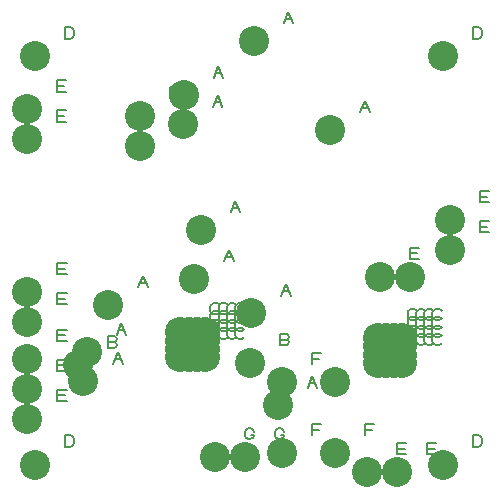
<source format=gbr>
G04 DesignSpark PCB Gerber Version 10.0 Build 5299*
G04 #@! TF.Part,Single*
G04 #@! TF.FileFunction,Drillmap*
G04 #@! TF.FilePolarity,Positive*
%FSLAX35Y35*%
%MOIN*%
%ADD132C,0.00500*%
G04 #@! TA.AperFunction,ViaPad*
%ADD145C,0.10000*%
G04 #@! TD.AperFunction*
X0Y0D02*
D02*
D132*
X36663Y139687D02*
Y143437D01*
X39788D01*
X39163Y141562D02*
X36663D01*
Y139687D02*
X39788D01*
X36663Y149687D02*
Y153437D01*
X39788D01*
X39163Y151562D02*
X36663D01*
Y149687D02*
X39788D01*
X36742Y46616D02*
Y50366D01*
X39867D01*
X39242Y48491D02*
X36742D01*
Y46616D02*
X39867D01*
X36742Y56616D02*
Y60366D01*
X39867D01*
X39242Y58491D02*
X36742D01*
Y56616D02*
X39867D01*
X36742Y66616D02*
Y70366D01*
X39867D01*
X39242Y68491D02*
X36742D01*
Y66616D02*
X39867D01*
X36742Y78781D02*
Y82531D01*
X39867D01*
X39242Y80657D02*
X36742D01*
Y78781D02*
X39867D01*
X36742Y88781D02*
Y92531D01*
X39867D01*
X39242Y90657D02*
X36742D01*
Y88781D02*
X39867D01*
X39183Y31341D02*
Y35091D01*
X41058D01*
X41683Y34778D01*
X41995Y34466D01*
X42308Y33841D01*
Y32591D01*
X41995Y31966D01*
X41683Y31653D01*
X41058Y31341D01*
X39183D01*
Y167404D02*
Y171154D01*
X41058D01*
X41683Y170841D01*
X41995Y170529D01*
X42308Y169904D01*
Y168654D01*
X41995Y168029D01*
X41683Y167716D01*
X41058Y167404D01*
X39183D01*
X55701Y66287D02*
X56326Y65974D01*
X56639Y65349D01*
X56326Y64724D01*
X55701Y64411D01*
X53513D01*
Y68161D01*
X55701D01*
X56326Y67849D01*
X56639Y67224D01*
X56326Y66599D01*
X55701Y66287D01*
X53513D01*
X55482Y59057D02*
X57044Y62807D01*
X58607Y59057D01*
X56107Y60620D02*
X57982D01*
X56525Y68742D02*
X58088Y72492D01*
X59650Y68742D01*
X57150Y70305D02*
X59025D01*
X63750Y84490D02*
X65312Y88240D01*
X66875Y84490D01*
X64375Y86053D02*
X66250D01*
X74380Y137482D02*
Y141232D01*
X77505D01*
X76880Y139357D02*
X74380D01*
Y137482D02*
X77505D01*
X74380Y147482D02*
Y151232D01*
X77505D01*
X76880Y149357D02*
X74380D01*
Y147482D02*
X77505D01*
X90891Y67793D02*
X90578Y67480D01*
X89953Y67167D01*
X89015D01*
X88391Y67480D01*
X88078Y67793D01*
X87765Y68417D01*
Y69667D01*
X88078Y70293D01*
X88391Y70605D01*
X89015Y70917D01*
X89953D01*
X90578Y70605D01*
X90891Y70293D01*
Y70548D02*
X90578Y70236D01*
X89953Y69923D01*
X89015D01*
X88391Y70236D01*
X88078Y70548D01*
X87765Y71173D01*
Y72423D01*
X88078Y73048D01*
X88391Y73361D01*
X89015Y73673D01*
X89953D01*
X90578Y73361D01*
X90891Y73048D01*
Y73304D02*
X90578Y72992D01*
X89953Y72679D01*
X89015D01*
X88391Y72992D01*
X88078Y73304D01*
X87765Y73929D01*
Y75179D01*
X88078Y75804D01*
X88391Y76117D01*
X89015Y76429D01*
X89953D01*
X90578Y76117D01*
X90891Y75804D01*
Y76060D02*
X90578Y75748D01*
X89953Y75435D01*
X89015D01*
X88391Y75748D01*
X88078Y76060D01*
X87765Y76685D01*
Y77935D01*
X88078Y78560D01*
X88391Y78873D01*
X89015Y79185D01*
X89953D01*
X90578Y78873D01*
X90891Y78560D01*
X88710Y144726D02*
X90273Y148476D01*
X91835Y144726D01*
X89335Y146289D02*
X91210D01*
X88868Y154372D02*
X90430Y158122D01*
X91993Y154372D01*
X89493Y155935D02*
X91368D01*
X93646Y67793D02*
X93334Y67480D01*
X92709Y67167D01*
X91771D01*
X91146Y67480D01*
X90834Y67793D01*
X90521Y68417D01*
Y69667D01*
X90834Y70293D01*
X91146Y70605D01*
X91771Y70917D01*
X92709D01*
X93334Y70605D01*
X93646Y70293D01*
Y70548D02*
X93334Y70236D01*
X92709Y69923D01*
X91771D01*
X91146Y70236D01*
X90834Y70548D01*
X90521Y71173D01*
Y72423D01*
X90834Y73048D01*
X91146Y73361D01*
X91771Y73673D01*
X92709D01*
X93334Y73361D01*
X93646Y73048D01*
Y73304D02*
X93334Y72992D01*
X92709Y72679D01*
X91771D01*
X91146Y72992D01*
X90834Y73304D01*
X90521Y73929D01*
Y75179D01*
X90834Y75804D01*
X91146Y76117D01*
X91771Y76429D01*
X92709D01*
X93334Y76117D01*
X93646Y75804D01*
Y76060D02*
X93334Y75748D01*
X92709Y75435D01*
X91771D01*
X91146Y75748D01*
X90834Y76060D01*
X90521Y76685D01*
Y77935D01*
X90834Y78560D01*
X91146Y78873D01*
X91771Y79185D01*
X92709D01*
X93334Y78873D01*
X93646Y78560D01*
X92490Y93152D02*
X94052Y96902D01*
X95615Y93152D01*
X93115Y94714D02*
X94990D01*
X96402Y67793D02*
X96090Y67480D01*
X95465Y67167D01*
X94527D01*
X93902Y67480D01*
X93590Y67793D01*
X93277Y68417D01*
Y69667D01*
X93590Y70293D01*
X93902Y70605D01*
X94527Y70917D01*
X95465D01*
X96090Y70605D01*
X96402Y70293D01*
Y70548D02*
X96090Y70236D01*
X95465Y69923D01*
X94527D01*
X93902Y70236D01*
X93590Y70548D01*
X93277Y71173D01*
Y72423D01*
X93590Y73048D01*
X93902Y73361D01*
X94527Y73673D01*
X95465D01*
X96090Y73361D01*
X96402Y73048D01*
Y73304D02*
X96090Y72992D01*
X95465Y72679D01*
X94527D01*
X93902Y72992D01*
X93590Y73304D01*
X93277Y73929D01*
Y75179D01*
X93590Y75804D01*
X93902Y76117D01*
X94527Y76429D01*
X95465D01*
X96090Y76117D01*
X96402Y75804D01*
Y76060D02*
X96090Y75748D01*
X95465Y75435D01*
X94527D01*
X93902Y75748D01*
X93590Y76060D01*
X93277Y76685D01*
Y77935D01*
X93590Y78560D01*
X93902Y78873D01*
X94527Y79185D01*
X95465D01*
X96090Y78873D01*
X96402Y78560D01*
X94616Y109451D02*
X96178Y113201D01*
X97741Y109451D01*
X95241Y111013D02*
X97116D01*
X99158Y67793D02*
X98846Y67480D01*
X98220Y67167D01*
X97283D01*
X96658Y67480D01*
X96346Y67793D01*
X96033Y68417D01*
Y69667D01*
X96346Y70293D01*
X96658Y70605D01*
X97283Y70917D01*
X98220D01*
X98846Y70605D01*
X99158Y70293D01*
Y70548D02*
X98846Y70236D01*
X98220Y69923D01*
X97283D01*
X96658Y70236D01*
X96346Y70548D01*
X96033Y71173D01*
Y72423D01*
X96346Y73048D01*
X96658Y73361D01*
X97283Y73673D01*
X98220D01*
X98846Y73361D01*
X99158Y73048D01*
Y73304D02*
X98846Y72992D01*
X98220Y72679D01*
X97283D01*
X96658Y72992D01*
X96346Y73304D01*
X96033Y73929D01*
Y75179D01*
X96346Y75804D01*
X96658Y76117D01*
X97283Y76429D01*
X98220D01*
X98846Y76117D01*
X99158Y75804D01*
Y76060D02*
X98846Y75748D01*
X98220Y75435D01*
X97283D01*
X96658Y75748D01*
X96346Y76060D01*
X96033Y76685D01*
Y77935D01*
X96346Y78560D01*
X96658Y78873D01*
X97283Y79185D01*
X98220D01*
X98846Y78873D01*
X99158Y78560D01*
X101429Y35344D02*
X102367D01*
Y35031D01*
X102054Y34407D01*
X101742Y34094D01*
X101117Y33781D01*
X100492D01*
X99867Y34094D01*
X99554Y34407D01*
X99242Y35031D01*
Y36281D01*
X99554Y36907D01*
X99867Y37219D01*
X100492Y37531D01*
X101117D01*
X101742Y37219D01*
X102054Y36907D01*
X102367Y36281D01*
X111429Y35344D02*
X112367D01*
Y35031D01*
X112054Y34407D01*
X111742Y34094D01*
X111117Y33781D01*
X110492D01*
X109867Y34094D01*
X109554Y34407D01*
X109242Y35031D01*
Y36281D01*
X109554Y36907D01*
X109867Y37219D01*
X110492Y37531D01*
X111117D01*
X111742Y37219D01*
X112054Y36907D01*
X112367Y36281D01*
X113181Y67074D02*
X113806Y66761D01*
X114119Y66137D01*
X113806Y65511D01*
X113181Y65199D01*
X110994D01*
Y68949D01*
X113181D01*
X113806Y68637D01*
X114119Y68011D01*
X113806Y67387D01*
X113181Y67074D01*
X110994D01*
X111387Y81734D02*
X112950Y85484D01*
X114513Y81734D01*
X112013Y83297D02*
X113887D01*
X112254Y172443D02*
X113816Y176193D01*
X115379Y172443D01*
X112879Y174006D02*
X114754D01*
X120246Y51026D02*
X121808Y54776D01*
X123371Y51026D01*
X120871Y52588D02*
X122746D01*
X121624Y35159D02*
Y38909D01*
X124749D01*
X124124Y37035D02*
X121624D01*
Y58781D02*
Y62531D01*
X124749D01*
X124124Y60657D02*
X121624D01*
X137765Y142758D02*
X139328Y146508D01*
X140891Y142758D01*
X138391Y144320D02*
X140265D01*
X139340Y35159D02*
Y38909D01*
X142465D01*
X141840Y37035D02*
X139340D01*
Y58781D02*
Y62531D01*
X142465D01*
X141840Y60657D02*
X139340D01*
X150049Y28821D02*
Y32571D01*
X153174D01*
X152549Y30696D02*
X150049D01*
Y28821D02*
X153174D01*
X156639Y65824D02*
X156326Y65511D01*
X155701Y65199D01*
X154763D01*
X154139Y65511D01*
X153826Y65824D01*
X153513Y66449D01*
Y67699D01*
X153826Y68324D01*
X154139Y68637D01*
X154763Y68949D01*
X155701D01*
X156326Y68637D01*
X156639Y68324D01*
Y68580D02*
X156326Y68267D01*
X155701Y67955D01*
X154763D01*
X154139Y68267D01*
X153826Y68580D01*
X153513Y69205D01*
Y70455D01*
X153826Y71080D01*
X154139Y71393D01*
X154763Y71705D01*
X155701D01*
X156326Y71393D01*
X156639Y71080D01*
Y71336D02*
X156326Y71023D01*
X155701Y70711D01*
X154763D01*
X154139Y71023D01*
X153826Y71336D01*
X153513Y71961D01*
Y73211D01*
X153826Y73836D01*
X154139Y74148D01*
X154763Y74461D01*
X155701D01*
X156326Y74148D01*
X156639Y73836D01*
Y74092D02*
X156326Y73779D01*
X155701Y73467D01*
X154763D01*
X154139Y73779D01*
X153826Y74092D01*
X153513Y74717D01*
Y75967D01*
X153826Y76592D01*
X154139Y76904D01*
X154763Y77217D01*
X155701D01*
X156326Y76904D01*
X156639Y76592D01*
X154301Y93939D02*
Y97689D01*
X157426D01*
X156801Y95814D02*
X154301D01*
Y93939D02*
X157426D01*
X159394Y65824D02*
X159082Y65511D01*
X158457Y65199D01*
X157519D01*
X156894Y65511D01*
X156582Y65824D01*
X156269Y66449D01*
Y67699D01*
X156582Y68324D01*
X156894Y68637D01*
X157519Y68949D01*
X158457D01*
X159082Y68637D01*
X159394Y68324D01*
Y68580D02*
X159082Y68267D01*
X158457Y67955D01*
X157519D01*
X156894Y68267D01*
X156582Y68580D01*
X156269Y69205D01*
Y70455D01*
X156582Y71080D01*
X156894Y71393D01*
X157519Y71705D01*
X158457D01*
X159082Y71393D01*
X159394Y71080D01*
Y71336D02*
X159082Y71023D01*
X158457Y70711D01*
X157519D01*
X156894Y71023D01*
X156582Y71336D01*
X156269Y71961D01*
Y73211D01*
X156582Y73836D01*
X156894Y74148D01*
X157519Y74461D01*
X158457D01*
X159082Y74148D01*
X159394Y73836D01*
Y74092D02*
X159082Y73779D01*
X158457Y73467D01*
X157519D01*
X156894Y73779D01*
X156582Y74092D01*
X156269Y74717D01*
Y75967D01*
X156582Y76592D01*
X156894Y76904D01*
X157519Y77217D01*
X158457D01*
X159082Y76904D01*
X159394Y76592D01*
X162150Y65824D02*
X161838Y65511D01*
X161213Y65199D01*
X160275D01*
X159650Y65511D01*
X159338Y65824D01*
X159025Y66449D01*
Y67699D01*
X159338Y68324D01*
X159650Y68637D01*
X160275Y68949D01*
X161213D01*
X161838Y68637D01*
X162150Y68324D01*
Y68580D02*
X161838Y68267D01*
X161213Y67955D01*
X160275D01*
X159650Y68267D01*
X159338Y68580D01*
X159025Y69205D01*
Y70455D01*
X159338Y71080D01*
X159650Y71393D01*
X160275Y71705D01*
X161213D01*
X161838Y71393D01*
X162150Y71080D01*
Y71336D02*
X161838Y71023D01*
X161213Y70711D01*
X160275D01*
X159650Y71023D01*
X159338Y71336D01*
X159025Y71961D01*
Y73211D01*
X159338Y73836D01*
X159650Y74148D01*
X160275Y74461D01*
X161213D01*
X161838Y74148D01*
X162150Y73836D01*
Y74092D02*
X161838Y73779D01*
X161213Y73467D01*
X160275D01*
X159650Y73779D01*
X159338Y74092D01*
X159025Y74717D01*
Y75967D01*
X159338Y76592D01*
X159650Y76904D01*
X160275Y77217D01*
X161213D01*
X161838Y76904D01*
X162150Y76592D01*
X160049Y28821D02*
Y32571D01*
X163174D01*
X162549Y30696D02*
X160049D01*
Y28821D02*
X163174D01*
X164906Y65824D02*
X164594Y65511D01*
X163969Y65199D01*
X163031D01*
X162406Y65511D01*
X162094Y65824D01*
X161781Y66449D01*
Y67699D01*
X162094Y68324D01*
X162406Y68637D01*
X163031Y68949D01*
X163969D01*
X164594Y68637D01*
X164906Y68324D01*
Y68580D02*
X164594Y68267D01*
X163969Y67955D01*
X163031D01*
X162406Y68267D01*
X162094Y68580D01*
X161781Y69205D01*
Y70455D01*
X162094Y71080D01*
X162406Y71393D01*
X163031Y71705D01*
X163969D01*
X164594Y71393D01*
X164906Y71080D01*
Y71336D02*
X164594Y71023D01*
X163969Y70711D01*
X163031D01*
X162406Y71023D01*
X162094Y71336D01*
X161781Y71961D01*
Y73211D01*
X162094Y73836D01*
X162406Y74148D01*
X163031Y74461D01*
X163969D01*
X164594Y74148D01*
X164906Y73836D01*
Y74092D02*
X164594Y73779D01*
X163969Y73467D01*
X163031D01*
X162406Y73779D01*
X162094Y74092D01*
X161781Y74717D01*
Y75967D01*
X162094Y76592D01*
X162406Y76904D01*
X163031Y77217D01*
X163969D01*
X164594Y76904D01*
X164906Y76592D01*
X164301Y93939D02*
Y97689D01*
X167426D01*
X166801Y95814D02*
X164301D01*
Y93939D02*
X167426D01*
X175246Y31341D02*
Y35091D01*
X177121D01*
X177746Y34778D01*
X178058Y34466D01*
X178371Y33841D01*
Y32591D01*
X178058Y31966D01*
X177746Y31653D01*
X177121Y31341D01*
X175246D01*
Y167404D02*
Y171154D01*
X177121D01*
X177746Y170841D01*
X178058Y170529D01*
X178371Y169904D01*
Y168654D01*
X178058Y168029D01*
X177746Y167716D01*
X177121Y167404D01*
X175246D01*
X177529Y102837D02*
Y106587D01*
X180654D01*
X180029Y104712D02*
X177529D01*
Y102837D02*
X180654D01*
X177529Y112837D02*
Y116587D01*
X180654D01*
X180029Y114712D02*
X177529D01*
Y112837D02*
X180654D01*
D02*
D145*
X26663Y133750D03*
Y143750D03*
X26742Y40679D03*
Y50679D03*
Y60679D03*
Y72844D03*
Y82844D03*
X29183Y25403D03*
Y161466D03*
X43513Y58474D03*
X45482Y53120D03*
X46525Y62805D03*
X53750Y78553D03*
X64380Y131545D03*
Y141545D03*
X77765Y61230D03*
Y63986D03*
Y66742D03*
Y69498D03*
X78710Y138789D03*
X78868Y148435D03*
X80521Y61230D03*
Y63986D03*
Y66742D03*
Y69498D03*
X82490Y87214D03*
X83277Y61230D03*
Y63986D03*
Y66742D03*
Y69498D03*
X84616Y103513D03*
X86033Y61230D03*
Y63986D03*
Y66742D03*
Y69498D03*
X89242Y27844D03*
X99242D03*
X100994Y59261D03*
X101387Y75797D03*
X102254Y166506D03*
X110246Y45088D03*
X111624Y29222D03*
Y52844D03*
X127765Y136820D03*
X129340Y29222D03*
Y52844D03*
X140049Y22883D03*
X143513Y59261D03*
Y62017D03*
Y64773D03*
Y67529D03*
X144301Y88002D03*
X146269Y59261D03*
Y62017D03*
Y64773D03*
Y67529D03*
X149025Y59261D03*
Y62017D03*
Y64773D03*
Y67529D03*
X150049Y22883D03*
X151781Y59261D03*
Y62017D03*
Y64773D03*
Y67529D03*
X154301Y88002D03*
X165246Y25403D03*
Y161466D03*
X167529Y96899D03*
Y106899D03*
X0Y0D02*
M02*

</source>
